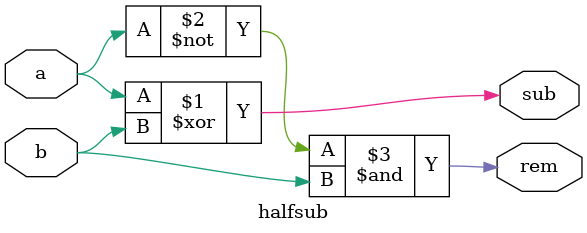
<source format=v>
module halfsub(
    input a,b,
    output sub,rem
    );
	 
	 assign sub=a^b;
	
	 assign rem=(~a)&b;


endmodule

</source>
